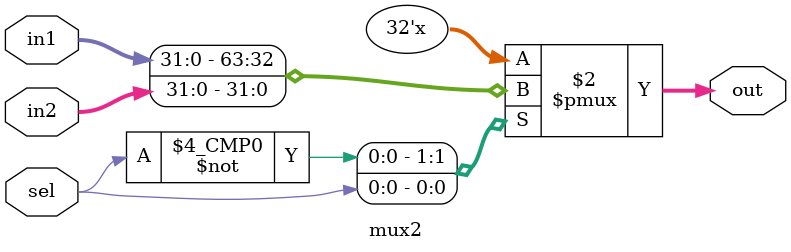
<source format=v>


module minsoc_onchip_ram_top ( 
  wb_clk_i, wb_rst_i, 
 
  wb_dat_i, wb_dat_o, wb_adr_i, wb_sel_i, wb_we_i, wb_cyc_i, 
  wb_stb_i, wb_ack_o, wb_err_o 
); 
 
// 
// Parameters 
//
parameter    adr_width = 13;		//Memory address width, is composed by blocks of aw_int, is not allowed to be less than 12
localparam    aw_int = 11;       	//11 = 2048
localparam    blocks = (1<<(adr_width-aw_int)); //generated memory contains "blocks" memory blocks of 2048x32 2048 depth x32 bit data

// 
// I/O Ports 
// 
input      wb_clk_i; 
input      wb_rst_i; 
 
// 
// WB slave i/f 
// 
input  [31:0]   wb_dat_i; 
output [31:0]   wb_dat_o; 
input  [31:0]   wb_adr_i; 
input  [3:0]    wb_sel_i; 
input      wb_we_i; 
input      wb_cyc_i; 
input      wb_stb_i; 
output     wb_ack_o; 
output     wb_err_o; 
 
// 
// Internal regs and wires 
// 
wire    we; 
wire [3:0]  be_i; 
wire [31:0]  wb_dat_o; 
reg    ack_we; 
reg    ack_re; 
// 
// Aliases and simple assignments 
// 
assign wb_ack_o = ack_re | ack_we; 
assign wb_err_o = wb_cyc_i & wb_stb_i & (|wb_adr_i[23:adr_width+2]);  // If Access to > (8-bit leading prefix ignored) 
assign we = wb_cyc_i & wb_stb_i & wb_we_i & (|wb_sel_i[3:0]); 
assign be_i = (wb_cyc_i & wb_stb_i) * wb_sel_i; 
 
// 
// Write acknowledge 
// 
always @ (negedge wb_clk_i or posedge wb_rst_i) 
begin 
if (wb_rst_i) 
    ack_we <= 1'b0; 
  else 
  if (wb_cyc_i & wb_stb_i & wb_we_i & ~ack_we) 
    ack_we <= #1 1'b1; 
  else 
    ack_we <= #1 1'b0; 
end 
 
// 
// read acknowledge 
// 
always @ (posedge wb_clk_i or posedge wb_rst_i) 
begin 
  if (wb_rst_i) 
    ack_re <= 1'b0; 
  else 
  if (wb_cyc_i & wb_stb_i & ~wb_err_o & ~wb_we_i & ~ack_re) 
    ack_re <= #1 1'b1; 
  else 
    ack_re <= #1 1'b0; 
end 

//Generic (multiple inputs x 1 output) MUX
localparam mux_in_nr = blocks;
localparam slices = adr_width-aw_int;
localparam mux_out_nr = blocks-1;

wire [31:0] int_dat_o[0:mux_in_nr-1];
wire [31:0] mux_out[0:mux_out_nr-1];

generate
genvar j, k;
	for (j=0; j<slices; j=j+1) begin : SLICES
		for (k=0; k<(mux_in_nr>>(j+1)); k=k+1) begin : MUX
			if (j==0) begin
				mux2 #
                (
                    .dw(32)
                ) 
                mux_int(
                    .sel( wb_adr_i[aw_int+2+j] ), 
                    .in1( int_dat_o[k*2] ),
				    .in2( int_dat_o[k*2+1] ), 
                    .out( mux_out[k] )
                );
			end
			else begin
				mux2 #
                (
                    .dw(32)
                ) 
                mux_int(
                    .sel( wb_adr_i[aw_int+2+j] ), 
				    .in1( mux_out[(mux_in_nr-(mux_in_nr>>(j-1)))+k*2] ), 
				    .in2( mux_out[(mux_in_nr-(mux_in_nr>>(j-1)))+k*2+1] ), 
				    .out( mux_out[(mux_in_nr-(mux_in_nr>>j))+k] )
                );
			end
		end
	end
endgenerate

//last output = total output
assign wb_dat_o = mux_out[mux_out_nr-1];

//(mux_in_nr-(mux_in_nr>>j)): 
//-Given sum of 2^i | i = x -> y series can be resumed to 2^(y+1)-2^x
//so, with this expression I'm evaluating how many times the internal loop has been run

wire [blocks-1:0] bank;
 
generate 
genvar i;
    for (i=0; i < blocks; i=i+1) begin : MEM

        assign bank[i] = wb_adr_i[adr_width+1:aw_int+2] == i;

        //BANK0
        minsoc_onchip_ram block_ram_0 ( 
            .clk(wb_clk_i), 
            .rst(wb_rst_i),
            .addr(wb_adr_i[aw_int+1:2]), 
            .di(wb_dat_i[7:0]), 
            .doq(int_dat_o[i][7:0]), 
            .we(we & bank[i]), 
            .oe(1'b1),
            .ce(be_i[0])
        ); 


        minsoc_onchip_ram block_ram_1 ( 
            .clk(wb_clk_i), 
            .rst(wb_rst_i),
            .addr(wb_adr_i[aw_int+1:2]), 
            .di(wb_dat_i[15:8]), 
            .doq(int_dat_o[i][15:8]), 
            .we(we & bank[i]), 
            .oe(1'b1),
            .ce(be_i[1])
        ); 

        minsoc_onchip_ram block_ram_2 ( 
            .clk(wb_clk_i), 
            .rst(wb_rst_i),
            .addr(wb_adr_i[aw_int+1:2]), 
            .di(wb_dat_i[23:16]), 
            .doq(int_dat_o[i][23:16]), 
            .we(we & bank[i]), 
            .oe(1'b1),
            .ce(be_i[2])
        ); 

        minsoc_onchip_ram block_ram_3 ( 
            .clk(wb_clk_i), 
            .rst(wb_rst_i),
            .addr(wb_adr_i[aw_int+1:2]), 
            .di(wb_dat_i[31:24]), 
            .doq(int_dat_o[i][31:24]), 
            .we(we & bank[i]), 
            .oe(1'b1),
            .ce(be_i[3])
        ); 

    end
endgenerate

endmodule 

module mux2(sel,in1,in2,out);

parameter dw = 32;

input sel;
input [dw-1:0] in1, in2;
output reg [dw-1:0] out;

always @ (sel or in1 or in2)
begin
	case (sel)
		1'b0: out = in1;
		1'b1: out = in2;
	endcase
end

endmodule

</source>
